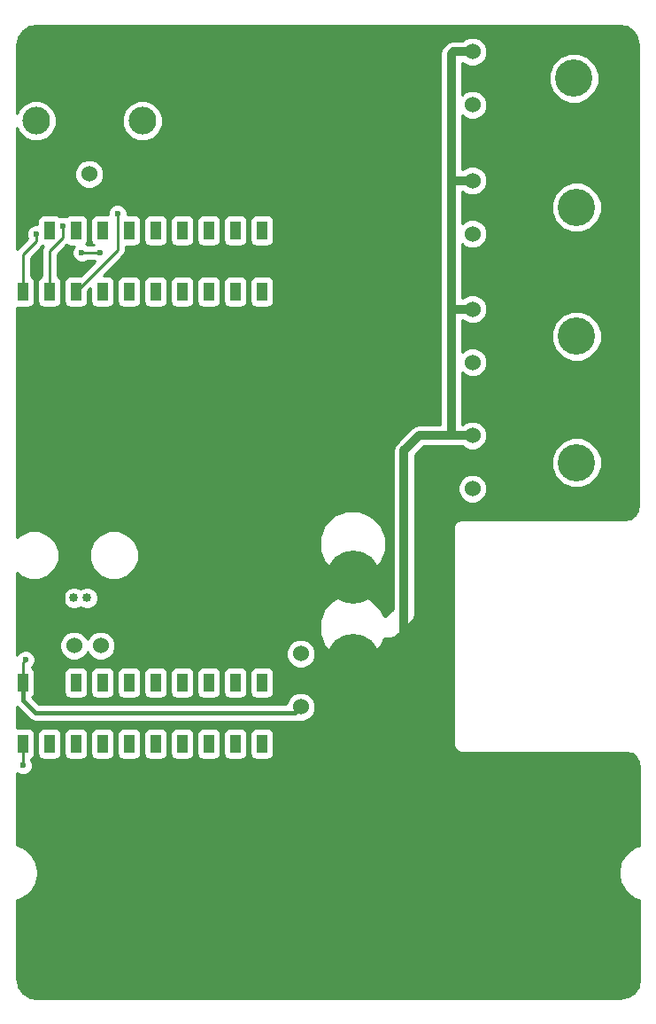
<source format=gbr>
G04 #@! TF.FileFunction,Copper,L2,Bot,Signal*
%FSLAX46Y46*%
G04 Gerber Fmt 4.6, Leading zero omitted, Abs format (unit mm)*
G04 Created by KiCad (PCBNEW 4.0.7) date 04/22/18 16:27:13*
%MOMM*%
%LPD*%
G01*
G04 APERTURE LIST*
%ADD10C,0.100000*%
%ADD11C,5.080000*%
%ADD12C,1.524000*%
%ADD13R,0.850000X0.850000*%
%ADD14C,0.850000*%
%ADD15C,2.641600*%
%ADD16R,0.990600X1.778000*%
%ADD17C,3.810000*%
%ADD18C,3.556000*%
%ADD19C,0.600000*%
%ADD20C,0.812800*%
%ADD21C,0.254000*%
%ADD22C,0.406400*%
G04 APERTURE END LIST*
D10*
D11*
X142748000Y-167261000D03*
X142748000Y-175260000D03*
X142748000Y-183261000D03*
D12*
X137703560Y-174594520D03*
X137703560Y-177134520D03*
X137703560Y-179674520D03*
X118567200Y-173812200D03*
X116027200Y-173812200D03*
X113487200Y-173812200D03*
D13*
X114757200Y-169265600D03*
D14*
X116007200Y-169265600D03*
X117257200Y-169265600D03*
D12*
X117475000Y-128778000D03*
X114935000Y-128778000D03*
D15*
X112395000Y-123698000D03*
X122555000Y-123698000D03*
D16*
X133985000Y-183172100D03*
X111125000Y-134150100D03*
X111125000Y-139992100D03*
X111125000Y-177330100D03*
X111125000Y-183172100D03*
X113665000Y-134150100D03*
X116205000Y-134150100D03*
X118745000Y-134150100D03*
X121285000Y-134150100D03*
X123825000Y-134150100D03*
X126365000Y-134150100D03*
X128905000Y-134150100D03*
X131445000Y-134150100D03*
X133985000Y-134150100D03*
X113665000Y-139992100D03*
X116205000Y-139992100D03*
X118745000Y-139992100D03*
X121285000Y-139992100D03*
X123825000Y-139992100D03*
X126365000Y-139992100D03*
X128905000Y-139992100D03*
X131445000Y-139992100D03*
X133985000Y-139992100D03*
X113665000Y-177330100D03*
X116205000Y-177330100D03*
X118745000Y-177330100D03*
X121285000Y-177330100D03*
X123825000Y-177330100D03*
X126365000Y-177330100D03*
X128905000Y-177330100D03*
X133985000Y-177330100D03*
X113665000Y-183172100D03*
X116205000Y-183172100D03*
X118745000Y-183172100D03*
X121285000Y-183172100D03*
X123825000Y-183172100D03*
X126365000Y-183172100D03*
X128905000Y-183172100D03*
X131445000Y-183172100D03*
X131445000Y-177330100D03*
D17*
X160909000Y-128778000D03*
D18*
X164084000Y-131953000D03*
D17*
X167259000Y-128778000D03*
X160909000Y-135128000D03*
X167259000Y-135128000D03*
X160909000Y-141097000D03*
D18*
X164084000Y-144272000D03*
D17*
X167259000Y-141097000D03*
X160909000Y-147447000D03*
X167259000Y-147447000D03*
X160909000Y-153162000D03*
D18*
X164084000Y-156337000D03*
D17*
X167259000Y-153162000D03*
X160909000Y-159512000D03*
X167259000Y-159512000D03*
X160655000Y-116459000D03*
D18*
X163830000Y-119634000D03*
D17*
X167005000Y-116459000D03*
X160655000Y-122809000D03*
X167005000Y-122809000D03*
D12*
X154114500Y-122174000D03*
X154114500Y-119634000D03*
X154114500Y-117094000D03*
X154114500Y-134493000D03*
X154114500Y-131953000D03*
X154114500Y-129413000D03*
X154114500Y-146748500D03*
X154114500Y-144208500D03*
X154114500Y-141668500D03*
X154114500Y-158813500D03*
X154114500Y-156273500D03*
X154114500Y-153733500D03*
D19*
X129641600Y-168960800D03*
X125933200Y-131140200D03*
X112191800Y-137464800D03*
X126060200Y-142494000D03*
X136347200Y-140157200D03*
X126415800Y-137617200D03*
X126415800Y-145211800D03*
X111130080Y-185257440D03*
X111384080Y-175158400D03*
X112392460Y-134543800D03*
X114940080Y-133731000D03*
X120167400Y-132603240D03*
X116761260Y-136291320D03*
X118521480Y-136319260D03*
D20*
X152082500Y-153733500D02*
X149034500Y-153733500D01*
X149034500Y-153733500D02*
X147574000Y-155194000D01*
X147574000Y-174307500D02*
X146621500Y-175260000D01*
X147574000Y-155194000D02*
X147574000Y-174307500D01*
X146621500Y-175260000D02*
X142748000Y-175260000D01*
X152082500Y-153733500D02*
X152082500Y-141668500D01*
X154114500Y-153733500D02*
X153036870Y-153733500D01*
X153036870Y-153733500D02*
X152082500Y-153733500D01*
X152082500Y-141668500D02*
X152082500Y-129413000D01*
X154114500Y-141668500D02*
X153036870Y-141668500D01*
X153036870Y-141668500D02*
X152082500Y-141668500D01*
X152082500Y-129413000D02*
X152082500Y-117284500D01*
X153036870Y-129413000D02*
X152082500Y-129413000D01*
X154114500Y-129413000D02*
X153036870Y-129413000D01*
X152082500Y-117284500D02*
X152273000Y-117094000D01*
X152273000Y-117094000D02*
X154114500Y-117094000D01*
D21*
X111125000Y-185252360D02*
X111125000Y-183172100D01*
X111130080Y-185257440D02*
X111125000Y-185252360D01*
D22*
X111125000Y-177330100D02*
X111125000Y-179019200D01*
X137126980Y-180251100D02*
X137703560Y-179674520D01*
X112356900Y-180251100D02*
X137126980Y-180251100D01*
X111125000Y-179019200D02*
X112356900Y-180251100D01*
D21*
X111125000Y-177330100D02*
X111125000Y-175417480D01*
X111125000Y-175417480D02*
X111384080Y-175158400D01*
X112392460Y-134543800D02*
X112392460Y-135183880D01*
X111125000Y-136451340D02*
X111125000Y-139992100D01*
X112392460Y-135183880D02*
X111125000Y-136451340D01*
X114940080Y-133731000D02*
X114940080Y-134843520D01*
X113665000Y-136118600D02*
X113665000Y-139992100D01*
X114940080Y-134843520D02*
X113665000Y-136118600D01*
X120167400Y-136029700D02*
X116205000Y-139992100D01*
X120167400Y-132603240D02*
X120167400Y-136029700D01*
X116761260Y-136291320D02*
X116789200Y-136319260D01*
X116789200Y-136319260D02*
X118521480Y-136319260D01*
G36*
X168868389Y-114730352D02*
X169457570Y-115124030D01*
X169851248Y-115713211D01*
X170003400Y-116478131D01*
X170003400Y-160360950D01*
X169896228Y-160937298D01*
X169617962Y-161365236D01*
X169197113Y-161654112D01*
X168632387Y-161773800D01*
X153035000Y-161773800D01*
X152763295Y-161827846D01*
X152532954Y-161981754D01*
X152379046Y-162212095D01*
X152325000Y-162483800D01*
X152325000Y-183311800D01*
X152379046Y-183583505D01*
X152532954Y-183813846D01*
X152763295Y-183967754D01*
X153035000Y-184021800D01*
X168817622Y-184021800D01*
X169359736Y-184165300D01*
X169766830Y-184475718D01*
X170024140Y-184918289D01*
X170105256Y-185520315D01*
X170105000Y-185521600D01*
X170105000Y-192891123D01*
X169866714Y-192941625D01*
X169646380Y-193036134D01*
X169612118Y-193050830D01*
X168958396Y-193499553D01*
X168860475Y-193599953D01*
X168764972Y-193697874D01*
X168332730Y-194362608D01*
X168332730Y-194362609D01*
X168229923Y-194619854D01*
X168095111Y-195344842D01*
X168086643Y-195365286D01*
X168086643Y-195390382D01*
X168084966Y-195399400D01*
X168086642Y-195533495D01*
X168086642Y-195642314D01*
X168088094Y-195649614D01*
X168088429Y-195676407D01*
X168097743Y-195698121D01*
X168241319Y-196419927D01*
X168289247Y-196535634D01*
X168347334Y-196675868D01*
X168787816Y-197335096D01*
X168983704Y-197530984D01*
X169642932Y-197971467D01*
X169770903Y-198024474D01*
X169898873Y-198077481D01*
X170105000Y-198118482D01*
X170105000Y-205593869D01*
X169952848Y-206358789D01*
X169559170Y-206947970D01*
X168969989Y-207341648D01*
X168205069Y-207493800D01*
X112508568Y-207493800D01*
X111845421Y-207375625D01*
X111728259Y-207352320D01*
X111136414Y-206973757D01*
X110730919Y-206392403D01*
X110603164Y-205811133D01*
X110565000Y-205619273D01*
X110565000Y-198116477D01*
X110803286Y-198065975D01*
X110930584Y-198011372D01*
X111057882Y-197956770D01*
X111711604Y-197508047D01*
X111880284Y-197335096D01*
X111905028Y-197309726D01*
X112337271Y-196644991D01*
X112440077Y-196387746D01*
X112574889Y-195662756D01*
X112583357Y-195642313D01*
X112583357Y-195617219D01*
X112585034Y-195608200D01*
X112583357Y-195474056D01*
X112583357Y-195365285D01*
X112581906Y-195357990D01*
X112581571Y-195331193D01*
X112572256Y-195309476D01*
X112428681Y-194587673D01*
X112375673Y-194459702D01*
X112322667Y-194331732D01*
X111882184Y-193672504D01*
X111686296Y-193476616D01*
X111027068Y-193036134D01*
X110952104Y-193005083D01*
X110771127Y-192930119D01*
X110565000Y-192889118D01*
X110565000Y-186014818D01*
X110599753Y-186049632D01*
X110943281Y-186192278D01*
X111315247Y-186192602D01*
X111659023Y-186050557D01*
X111922272Y-185787767D01*
X112064918Y-185444239D01*
X112065242Y-185072273D01*
X111923197Y-184728497D01*
X111887000Y-184692237D01*
X111887000Y-184644068D01*
X112071741Y-184525190D01*
X112216731Y-184312990D01*
X112267740Y-184061100D01*
X112267740Y-182283100D01*
X112522260Y-182283100D01*
X112522260Y-184061100D01*
X112566538Y-184296417D01*
X112705610Y-184512541D01*
X112917810Y-184657531D01*
X113169700Y-184708540D01*
X114160300Y-184708540D01*
X114395617Y-184664262D01*
X114611741Y-184525190D01*
X114756731Y-184312990D01*
X114807740Y-184061100D01*
X114807740Y-182283100D01*
X115062260Y-182283100D01*
X115062260Y-184061100D01*
X115106538Y-184296417D01*
X115245610Y-184512541D01*
X115457810Y-184657531D01*
X115709700Y-184708540D01*
X116700300Y-184708540D01*
X116935617Y-184664262D01*
X117151741Y-184525190D01*
X117296731Y-184312990D01*
X117347740Y-184061100D01*
X117347740Y-182283100D01*
X117602260Y-182283100D01*
X117602260Y-184061100D01*
X117646538Y-184296417D01*
X117785610Y-184512541D01*
X117997810Y-184657531D01*
X118249700Y-184708540D01*
X119240300Y-184708540D01*
X119475617Y-184664262D01*
X119691741Y-184525190D01*
X119836731Y-184312990D01*
X119887740Y-184061100D01*
X119887740Y-182283100D01*
X120142260Y-182283100D01*
X120142260Y-184061100D01*
X120186538Y-184296417D01*
X120325610Y-184512541D01*
X120537810Y-184657531D01*
X120789700Y-184708540D01*
X121780300Y-184708540D01*
X122015617Y-184664262D01*
X122231741Y-184525190D01*
X122376731Y-184312990D01*
X122427740Y-184061100D01*
X122427740Y-182283100D01*
X122682260Y-182283100D01*
X122682260Y-184061100D01*
X122726538Y-184296417D01*
X122865610Y-184512541D01*
X123077810Y-184657531D01*
X123329700Y-184708540D01*
X124320300Y-184708540D01*
X124555617Y-184664262D01*
X124771741Y-184525190D01*
X124916731Y-184312990D01*
X124967740Y-184061100D01*
X124967740Y-182283100D01*
X125222260Y-182283100D01*
X125222260Y-184061100D01*
X125266538Y-184296417D01*
X125405610Y-184512541D01*
X125617810Y-184657531D01*
X125869700Y-184708540D01*
X126860300Y-184708540D01*
X127095617Y-184664262D01*
X127311741Y-184525190D01*
X127456731Y-184312990D01*
X127507740Y-184061100D01*
X127507740Y-182283100D01*
X127762260Y-182283100D01*
X127762260Y-184061100D01*
X127806538Y-184296417D01*
X127945610Y-184512541D01*
X128157810Y-184657531D01*
X128409700Y-184708540D01*
X129400300Y-184708540D01*
X129635617Y-184664262D01*
X129851741Y-184525190D01*
X129996731Y-184312990D01*
X130047740Y-184061100D01*
X130047740Y-182283100D01*
X130302260Y-182283100D01*
X130302260Y-184061100D01*
X130346538Y-184296417D01*
X130485610Y-184512541D01*
X130697810Y-184657531D01*
X130949700Y-184708540D01*
X131940300Y-184708540D01*
X132175617Y-184664262D01*
X132391741Y-184525190D01*
X132536731Y-184312990D01*
X132587740Y-184061100D01*
X132587740Y-182283100D01*
X132842260Y-182283100D01*
X132842260Y-184061100D01*
X132886538Y-184296417D01*
X133025610Y-184512541D01*
X133237810Y-184657531D01*
X133489700Y-184708540D01*
X134480300Y-184708540D01*
X134715617Y-184664262D01*
X134931741Y-184525190D01*
X135076731Y-184312990D01*
X135127740Y-184061100D01*
X135127740Y-182283100D01*
X135083462Y-182047783D01*
X134944390Y-181831659D01*
X134732190Y-181686669D01*
X134480300Y-181635660D01*
X133489700Y-181635660D01*
X133254383Y-181679938D01*
X133038259Y-181819010D01*
X132893269Y-182031210D01*
X132842260Y-182283100D01*
X132587740Y-182283100D01*
X132543462Y-182047783D01*
X132404390Y-181831659D01*
X132192190Y-181686669D01*
X131940300Y-181635660D01*
X130949700Y-181635660D01*
X130714383Y-181679938D01*
X130498259Y-181819010D01*
X130353269Y-182031210D01*
X130302260Y-182283100D01*
X130047740Y-182283100D01*
X130003462Y-182047783D01*
X129864390Y-181831659D01*
X129652190Y-181686669D01*
X129400300Y-181635660D01*
X128409700Y-181635660D01*
X128174383Y-181679938D01*
X127958259Y-181819010D01*
X127813269Y-182031210D01*
X127762260Y-182283100D01*
X127507740Y-182283100D01*
X127463462Y-182047783D01*
X127324390Y-181831659D01*
X127112190Y-181686669D01*
X126860300Y-181635660D01*
X125869700Y-181635660D01*
X125634383Y-181679938D01*
X125418259Y-181819010D01*
X125273269Y-182031210D01*
X125222260Y-182283100D01*
X124967740Y-182283100D01*
X124923462Y-182047783D01*
X124784390Y-181831659D01*
X124572190Y-181686669D01*
X124320300Y-181635660D01*
X123329700Y-181635660D01*
X123094383Y-181679938D01*
X122878259Y-181819010D01*
X122733269Y-182031210D01*
X122682260Y-182283100D01*
X122427740Y-182283100D01*
X122383462Y-182047783D01*
X122244390Y-181831659D01*
X122032190Y-181686669D01*
X121780300Y-181635660D01*
X120789700Y-181635660D01*
X120554383Y-181679938D01*
X120338259Y-181819010D01*
X120193269Y-182031210D01*
X120142260Y-182283100D01*
X119887740Y-182283100D01*
X119843462Y-182047783D01*
X119704390Y-181831659D01*
X119492190Y-181686669D01*
X119240300Y-181635660D01*
X118249700Y-181635660D01*
X118014383Y-181679938D01*
X117798259Y-181819010D01*
X117653269Y-182031210D01*
X117602260Y-182283100D01*
X117347740Y-182283100D01*
X117303462Y-182047783D01*
X117164390Y-181831659D01*
X116952190Y-181686669D01*
X116700300Y-181635660D01*
X115709700Y-181635660D01*
X115474383Y-181679938D01*
X115258259Y-181819010D01*
X115113269Y-182031210D01*
X115062260Y-182283100D01*
X114807740Y-182283100D01*
X114763462Y-182047783D01*
X114624390Y-181831659D01*
X114412190Y-181686669D01*
X114160300Y-181635660D01*
X113169700Y-181635660D01*
X112934383Y-181679938D01*
X112718259Y-181819010D01*
X112573269Y-182031210D01*
X112522260Y-182283100D01*
X112267740Y-182283100D01*
X112223462Y-182047783D01*
X112084390Y-181831659D01*
X111872190Y-181686669D01*
X111620300Y-181635660D01*
X110629700Y-181635660D01*
X110565000Y-181647834D01*
X110565000Y-179644594D01*
X111764203Y-180843797D01*
X112036135Y-181025496D01*
X112356900Y-181089300D01*
X137126980Y-181089300D01*
X137357458Y-181043455D01*
X137424460Y-181071277D01*
X137980221Y-181071762D01*
X138493863Y-180859530D01*
X138887189Y-180466890D01*
X139100317Y-179953620D01*
X139100802Y-179397859D01*
X138888570Y-178884217D01*
X138495930Y-178490891D01*
X137982660Y-178277763D01*
X137426899Y-178277278D01*
X136913257Y-178489510D01*
X136519931Y-178882150D01*
X136306803Y-179395420D01*
X136306788Y-179412900D01*
X112704094Y-179412900D01*
X112012503Y-178721309D01*
X112071741Y-178683190D01*
X112216731Y-178470990D01*
X112267740Y-178219100D01*
X112267740Y-176441100D01*
X115062260Y-176441100D01*
X115062260Y-178219100D01*
X115106538Y-178454417D01*
X115245610Y-178670541D01*
X115457810Y-178815531D01*
X115709700Y-178866540D01*
X116700300Y-178866540D01*
X116935617Y-178822262D01*
X117151741Y-178683190D01*
X117296731Y-178470990D01*
X117347740Y-178219100D01*
X117347740Y-176441100D01*
X117602260Y-176441100D01*
X117602260Y-178219100D01*
X117646538Y-178454417D01*
X117785610Y-178670541D01*
X117997810Y-178815531D01*
X118249700Y-178866540D01*
X119240300Y-178866540D01*
X119475617Y-178822262D01*
X119691741Y-178683190D01*
X119836731Y-178470990D01*
X119887740Y-178219100D01*
X119887740Y-176441100D01*
X120142260Y-176441100D01*
X120142260Y-178219100D01*
X120186538Y-178454417D01*
X120325610Y-178670541D01*
X120537810Y-178815531D01*
X120789700Y-178866540D01*
X121780300Y-178866540D01*
X122015617Y-178822262D01*
X122231741Y-178683190D01*
X122376731Y-178470990D01*
X122427740Y-178219100D01*
X122427740Y-176441100D01*
X122682260Y-176441100D01*
X122682260Y-178219100D01*
X122726538Y-178454417D01*
X122865610Y-178670541D01*
X123077810Y-178815531D01*
X123329700Y-178866540D01*
X124320300Y-178866540D01*
X124555617Y-178822262D01*
X124771741Y-178683190D01*
X124916731Y-178470990D01*
X124967740Y-178219100D01*
X124967740Y-176441100D01*
X125222260Y-176441100D01*
X125222260Y-178219100D01*
X125266538Y-178454417D01*
X125405610Y-178670541D01*
X125617810Y-178815531D01*
X125869700Y-178866540D01*
X126860300Y-178866540D01*
X127095617Y-178822262D01*
X127311741Y-178683190D01*
X127456731Y-178470990D01*
X127507740Y-178219100D01*
X127507740Y-176441100D01*
X127762260Y-176441100D01*
X127762260Y-178219100D01*
X127806538Y-178454417D01*
X127945610Y-178670541D01*
X128157810Y-178815531D01*
X128409700Y-178866540D01*
X129400300Y-178866540D01*
X129635617Y-178822262D01*
X129851741Y-178683190D01*
X129996731Y-178470990D01*
X130047740Y-178219100D01*
X130047740Y-176441100D01*
X130302260Y-176441100D01*
X130302260Y-178219100D01*
X130346538Y-178454417D01*
X130485610Y-178670541D01*
X130697810Y-178815531D01*
X130949700Y-178866540D01*
X131940300Y-178866540D01*
X132175617Y-178822262D01*
X132391741Y-178683190D01*
X132536731Y-178470990D01*
X132587740Y-178219100D01*
X132587740Y-176441100D01*
X132842260Y-176441100D01*
X132842260Y-178219100D01*
X132886538Y-178454417D01*
X133025610Y-178670541D01*
X133237810Y-178815531D01*
X133489700Y-178866540D01*
X134480300Y-178866540D01*
X134715617Y-178822262D01*
X134931741Y-178683190D01*
X135076731Y-178470990D01*
X135127740Y-178219100D01*
X135127740Y-176441100D01*
X135083462Y-176205783D01*
X134944390Y-175989659D01*
X134732190Y-175844669D01*
X134480300Y-175793660D01*
X133489700Y-175793660D01*
X133254383Y-175837938D01*
X133038259Y-175977010D01*
X132893269Y-176189210D01*
X132842260Y-176441100D01*
X132587740Y-176441100D01*
X132543462Y-176205783D01*
X132404390Y-175989659D01*
X132192190Y-175844669D01*
X131940300Y-175793660D01*
X130949700Y-175793660D01*
X130714383Y-175837938D01*
X130498259Y-175977010D01*
X130353269Y-176189210D01*
X130302260Y-176441100D01*
X130047740Y-176441100D01*
X130003462Y-176205783D01*
X129864390Y-175989659D01*
X129652190Y-175844669D01*
X129400300Y-175793660D01*
X128409700Y-175793660D01*
X128174383Y-175837938D01*
X127958259Y-175977010D01*
X127813269Y-176189210D01*
X127762260Y-176441100D01*
X127507740Y-176441100D01*
X127463462Y-176205783D01*
X127324390Y-175989659D01*
X127112190Y-175844669D01*
X126860300Y-175793660D01*
X125869700Y-175793660D01*
X125634383Y-175837938D01*
X125418259Y-175977010D01*
X125273269Y-176189210D01*
X125222260Y-176441100D01*
X124967740Y-176441100D01*
X124923462Y-176205783D01*
X124784390Y-175989659D01*
X124572190Y-175844669D01*
X124320300Y-175793660D01*
X123329700Y-175793660D01*
X123094383Y-175837938D01*
X122878259Y-175977010D01*
X122733269Y-176189210D01*
X122682260Y-176441100D01*
X122427740Y-176441100D01*
X122383462Y-176205783D01*
X122244390Y-175989659D01*
X122032190Y-175844669D01*
X121780300Y-175793660D01*
X120789700Y-175793660D01*
X120554383Y-175837938D01*
X120338259Y-175977010D01*
X120193269Y-176189210D01*
X120142260Y-176441100D01*
X119887740Y-176441100D01*
X119843462Y-176205783D01*
X119704390Y-175989659D01*
X119492190Y-175844669D01*
X119240300Y-175793660D01*
X118249700Y-175793660D01*
X118014383Y-175837938D01*
X117798259Y-175977010D01*
X117653269Y-176189210D01*
X117602260Y-176441100D01*
X117347740Y-176441100D01*
X117303462Y-176205783D01*
X117164390Y-175989659D01*
X116952190Y-175844669D01*
X116700300Y-175793660D01*
X115709700Y-175793660D01*
X115474383Y-175837938D01*
X115258259Y-175977010D01*
X115113269Y-176189210D01*
X115062260Y-176441100D01*
X112267740Y-176441100D01*
X112223462Y-176205783D01*
X112084390Y-175989659D01*
X111959973Y-175904649D01*
X112176272Y-175688727D01*
X112318918Y-175345199D01*
X112319242Y-174973233D01*
X112177197Y-174629457D01*
X111914407Y-174366208D01*
X111570879Y-174223562D01*
X111198913Y-174223238D01*
X110855137Y-174365283D01*
X110591888Y-174628073D01*
X110565000Y-174692826D01*
X110565000Y-174088861D01*
X114629958Y-174088861D01*
X114842190Y-174602503D01*
X115234830Y-174995829D01*
X115748100Y-175208957D01*
X116303861Y-175209442D01*
X116817503Y-174997210D01*
X117210829Y-174604570D01*
X117297149Y-174396688D01*
X117382190Y-174602503D01*
X117774830Y-174995829D01*
X118288100Y-175208957D01*
X118843861Y-175209442D01*
X119357503Y-174997210D01*
X119483752Y-174871181D01*
X136306318Y-174871181D01*
X136518550Y-175384823D01*
X136911190Y-175778149D01*
X137424460Y-175991277D01*
X137980221Y-175991762D01*
X138493863Y-175779530D01*
X138887189Y-175386890D01*
X139100317Y-174873620D01*
X139100802Y-174317859D01*
X138888570Y-173804217D01*
X138495930Y-173410891D01*
X137982660Y-173197763D01*
X137426899Y-173197278D01*
X136913257Y-173409510D01*
X136519931Y-173802150D01*
X136306803Y-174315420D01*
X136306318Y-174871181D01*
X119483752Y-174871181D01*
X119750829Y-174604570D01*
X119963957Y-174091300D01*
X119964442Y-173535539D01*
X119752210Y-173021897D01*
X119443629Y-172712776D01*
X139470850Y-172712776D01*
X139953196Y-173880143D01*
X140845559Y-174774065D01*
X142012083Y-175258448D01*
X143275176Y-175259550D01*
X144442543Y-174777204D01*
X145336465Y-173884841D01*
X145651812Y-173125400D01*
X146238502Y-173125400D01*
X146637029Y-173046128D01*
X146974883Y-172820381D01*
X148310381Y-171484883D01*
X148536128Y-171147029D01*
X148615400Y-170748502D01*
X148615400Y-159090161D01*
X152717258Y-159090161D01*
X152929490Y-159603803D01*
X153322130Y-159997129D01*
X153835400Y-160210257D01*
X154391161Y-160210742D01*
X154904803Y-159998510D01*
X155298129Y-159605870D01*
X155511257Y-159092600D01*
X155511742Y-158536839D01*
X155299510Y-158023197D01*
X154906870Y-157629871D01*
X154393600Y-157416743D01*
X153837839Y-157416258D01*
X153324197Y-157628490D01*
X152930871Y-158021130D01*
X152717743Y-158534400D01*
X152717258Y-159090161D01*
X148615400Y-159090161D01*
X148615400Y-156814870D01*
X161670583Y-156814870D01*
X162037166Y-157702069D01*
X162715361Y-158381449D01*
X163601919Y-158749580D01*
X164561870Y-158750417D01*
X165449069Y-158383834D01*
X166128449Y-157705639D01*
X166496580Y-156819081D01*
X166497417Y-155859130D01*
X166130834Y-154971931D01*
X165452639Y-154292551D01*
X164566081Y-153924420D01*
X163606130Y-153923583D01*
X162718931Y-154290166D01*
X162039551Y-154968361D01*
X161671420Y-155854919D01*
X161670583Y-156814870D01*
X148615400Y-156814870D01*
X148615400Y-155625362D01*
X149465862Y-154774900D01*
X153180149Y-154774900D01*
X153322130Y-154917129D01*
X153835400Y-155130257D01*
X154391161Y-155130742D01*
X154904803Y-154918510D01*
X155298129Y-154525870D01*
X155511257Y-154012600D01*
X155511742Y-153456839D01*
X155299510Y-152943197D01*
X154906870Y-152549871D01*
X154393600Y-152336743D01*
X153837839Y-152336258D01*
X153324197Y-152548490D01*
X153180336Y-152692100D01*
X153123900Y-152692100D01*
X153123900Y-147733553D01*
X153322130Y-147932129D01*
X153835400Y-148145257D01*
X154391161Y-148145742D01*
X154904803Y-147933510D01*
X155298129Y-147540870D01*
X155511257Y-147027600D01*
X155511742Y-146471839D01*
X155299510Y-145958197D01*
X154906870Y-145564871D01*
X154393600Y-145351743D01*
X153837839Y-145351258D01*
X153324197Y-145563490D01*
X153123900Y-145763438D01*
X153123900Y-144749870D01*
X161670583Y-144749870D01*
X162037166Y-145637069D01*
X162715361Y-146316449D01*
X163601919Y-146684580D01*
X164561870Y-146685417D01*
X165449069Y-146318834D01*
X166128449Y-145640639D01*
X166496580Y-144754081D01*
X166497417Y-143794130D01*
X166130834Y-142906931D01*
X165452639Y-142227551D01*
X164566081Y-141859420D01*
X163606130Y-141858583D01*
X162718931Y-142225166D01*
X162039551Y-142903361D01*
X161671420Y-143789919D01*
X161670583Y-144749870D01*
X153123900Y-144749870D01*
X153123900Y-142709900D01*
X153180149Y-142709900D01*
X153322130Y-142852129D01*
X153835400Y-143065257D01*
X154391161Y-143065742D01*
X154904803Y-142853510D01*
X155298129Y-142460870D01*
X155511257Y-141947600D01*
X155511742Y-141391839D01*
X155299510Y-140878197D01*
X154906870Y-140484871D01*
X154393600Y-140271743D01*
X153837839Y-140271258D01*
X153324197Y-140483490D01*
X153180336Y-140627100D01*
X153123900Y-140627100D01*
X153123900Y-135478053D01*
X153322130Y-135676629D01*
X153835400Y-135889757D01*
X154391161Y-135890242D01*
X154904803Y-135678010D01*
X155298129Y-135285370D01*
X155511257Y-134772100D01*
X155511742Y-134216339D01*
X155299510Y-133702697D01*
X154906870Y-133309371D01*
X154393600Y-133096243D01*
X153837839Y-133095758D01*
X153324197Y-133307990D01*
X153123900Y-133507938D01*
X153123900Y-132430870D01*
X161670583Y-132430870D01*
X162037166Y-133318069D01*
X162715361Y-133997449D01*
X163601919Y-134365580D01*
X164561870Y-134366417D01*
X165449069Y-133999834D01*
X166128449Y-133321639D01*
X166496580Y-132435081D01*
X166497417Y-131475130D01*
X166130834Y-130587931D01*
X165452639Y-129908551D01*
X164566081Y-129540420D01*
X163606130Y-129539583D01*
X162718931Y-129906166D01*
X162039551Y-130584361D01*
X161671420Y-131470919D01*
X161670583Y-132430870D01*
X153123900Y-132430870D01*
X153123900Y-130454400D01*
X153180149Y-130454400D01*
X153322130Y-130596629D01*
X153835400Y-130809757D01*
X154391161Y-130810242D01*
X154904803Y-130598010D01*
X155298129Y-130205370D01*
X155511257Y-129692100D01*
X155511742Y-129136339D01*
X155299510Y-128622697D01*
X154906870Y-128229371D01*
X154393600Y-128016243D01*
X153837839Y-128015758D01*
X153324197Y-128227990D01*
X153180336Y-128371600D01*
X153123900Y-128371600D01*
X153123900Y-123159053D01*
X153322130Y-123357629D01*
X153835400Y-123570757D01*
X154391161Y-123571242D01*
X154904803Y-123359010D01*
X155298129Y-122966370D01*
X155511257Y-122453100D01*
X155511742Y-121897339D01*
X155299510Y-121383697D01*
X154906870Y-120990371D01*
X154393600Y-120777243D01*
X153837839Y-120776758D01*
X153324197Y-120988990D01*
X153123900Y-121188938D01*
X153123900Y-120111870D01*
X161416583Y-120111870D01*
X161783166Y-120999069D01*
X162461361Y-121678449D01*
X163347919Y-122046580D01*
X164307870Y-122047417D01*
X165195069Y-121680834D01*
X165874449Y-121002639D01*
X166242580Y-120116081D01*
X166243417Y-119156130D01*
X165876834Y-118268931D01*
X165198639Y-117589551D01*
X164312081Y-117221420D01*
X163352130Y-117220583D01*
X162464931Y-117587166D01*
X161785551Y-118265361D01*
X161417420Y-119151919D01*
X161416583Y-120111870D01*
X153123900Y-120111870D01*
X153123900Y-118135400D01*
X153180149Y-118135400D01*
X153322130Y-118277629D01*
X153835400Y-118490757D01*
X154391161Y-118491242D01*
X154904803Y-118279010D01*
X155298129Y-117886370D01*
X155511257Y-117373100D01*
X155511742Y-116817339D01*
X155299510Y-116303697D01*
X154906870Y-115910371D01*
X154393600Y-115697243D01*
X153837839Y-115696758D01*
X153324197Y-115908990D01*
X153180336Y-116052600D01*
X152273000Y-116052600D01*
X151874474Y-116131871D01*
X151536619Y-116357619D01*
X151346119Y-116548119D01*
X151120372Y-116885973D01*
X151041100Y-117284500D01*
X151041100Y-152692100D01*
X149034500Y-152692100D01*
X148635973Y-152771372D01*
X148378819Y-152943197D01*
X148298119Y-152997119D01*
X146837619Y-154457619D01*
X146611872Y-154795473D01*
X146532600Y-155194000D01*
X146532600Y-170317140D01*
X145807140Y-171042600D01*
X145651457Y-171042600D01*
X145339604Y-170287857D01*
X144447241Y-169393935D01*
X143280717Y-168909552D01*
X142017624Y-168908450D01*
X140850257Y-169390796D01*
X139956335Y-170283159D01*
X139471952Y-171449683D01*
X139470850Y-172712776D01*
X119443629Y-172712776D01*
X119359570Y-172628571D01*
X118846300Y-172415443D01*
X118290539Y-172414958D01*
X117776897Y-172627190D01*
X117383571Y-173019830D01*
X117297251Y-173227712D01*
X117212210Y-173021897D01*
X116819570Y-172628571D01*
X116306300Y-172415443D01*
X115750539Y-172414958D01*
X115236897Y-172627190D01*
X114843571Y-173019830D01*
X114630443Y-173533100D01*
X114629958Y-174088861D01*
X110565000Y-174088861D01*
X110565000Y-169475522D01*
X114947016Y-169475522D01*
X115108051Y-169865258D01*
X115405974Y-170163701D01*
X115795428Y-170325416D01*
X116217122Y-170325784D01*
X116606858Y-170164749D01*
X116631983Y-170139668D01*
X116655974Y-170163701D01*
X117045428Y-170325416D01*
X117467122Y-170325784D01*
X117856858Y-170164749D01*
X118155301Y-169866826D01*
X118317016Y-169477372D01*
X118317384Y-169055678D01*
X118156349Y-168665942D01*
X117858426Y-168367499D01*
X117468972Y-168205784D01*
X117047278Y-168205416D01*
X116657542Y-168366451D01*
X116632417Y-168391532D01*
X116608426Y-168367499D01*
X116218972Y-168205784D01*
X115797278Y-168205416D01*
X115407542Y-168366451D01*
X115109099Y-168664374D01*
X114947384Y-169053828D01*
X114947016Y-169475522D01*
X110565000Y-169475522D01*
X110565000Y-166861574D01*
X110878622Y-167175744D01*
X111745708Y-167535789D01*
X112684573Y-167536609D01*
X113552286Y-167178077D01*
X114216744Y-166514778D01*
X114576789Y-165647692D01*
X114576792Y-165643573D01*
X117476791Y-165643573D01*
X117835323Y-166511286D01*
X118498622Y-167175744D01*
X119365708Y-167535789D01*
X120304573Y-167536609D01*
X121172286Y-167178077D01*
X121836744Y-166514778D01*
X122196789Y-165647692D01*
X122197604Y-164713776D01*
X139470850Y-164713776D01*
X139953196Y-165881143D01*
X140845559Y-166775065D01*
X142012083Y-167259448D01*
X143275176Y-167260550D01*
X144442543Y-166778204D01*
X145336465Y-165885841D01*
X145820848Y-164719317D01*
X145821950Y-163456224D01*
X145339604Y-162288857D01*
X144447241Y-161394935D01*
X143280717Y-160910552D01*
X142017624Y-160909450D01*
X140850257Y-161391796D01*
X139956335Y-162284159D01*
X139471952Y-163450683D01*
X139470850Y-164713776D01*
X122197604Y-164713776D01*
X122197609Y-164708827D01*
X121839077Y-163841114D01*
X121175778Y-163176656D01*
X120308692Y-162816611D01*
X119369827Y-162815791D01*
X118502114Y-163174323D01*
X117837656Y-163837622D01*
X117477611Y-164704708D01*
X117476791Y-165643573D01*
X114576792Y-165643573D01*
X114577609Y-164708827D01*
X114219077Y-163841114D01*
X113555778Y-163176656D01*
X112688692Y-162816611D01*
X111749827Y-162815791D01*
X110882114Y-163174323D01*
X110565000Y-163490884D01*
X110565000Y-141515438D01*
X110629700Y-141528540D01*
X111620300Y-141528540D01*
X111855617Y-141484262D01*
X112071741Y-141345190D01*
X112216731Y-141132990D01*
X112267740Y-140881100D01*
X112267740Y-139103100D01*
X112223462Y-138867783D01*
X112084390Y-138651659D01*
X111887000Y-138516788D01*
X111887000Y-136766970D01*
X112931275Y-135722695D01*
X112980970Y-135648321D01*
X113068541Y-135666055D01*
X112961004Y-135826995D01*
X112903000Y-136118600D01*
X112903000Y-138520132D01*
X112718259Y-138639010D01*
X112573269Y-138851210D01*
X112522260Y-139103100D01*
X112522260Y-140881100D01*
X112566538Y-141116417D01*
X112705610Y-141332541D01*
X112917810Y-141477531D01*
X113169700Y-141528540D01*
X114160300Y-141528540D01*
X114395617Y-141484262D01*
X114611741Y-141345190D01*
X114756731Y-141132990D01*
X114807740Y-140881100D01*
X114807740Y-139103100D01*
X114763462Y-138867783D01*
X114624390Y-138651659D01*
X114427000Y-138516788D01*
X114427000Y-136434230D01*
X115319918Y-135541313D01*
X115457810Y-135635531D01*
X115709700Y-135686540D01*
X116043651Y-135686540D01*
X115969068Y-135760993D01*
X115826422Y-136104521D01*
X115826098Y-136476487D01*
X115968143Y-136820263D01*
X116230933Y-137083512D01*
X116574461Y-137226158D01*
X116946427Y-137226482D01*
X117290203Y-137084437D01*
X117293386Y-137081260D01*
X117961014Y-137081260D01*
X117991153Y-137111452D01*
X118003070Y-137116400D01*
X116663810Y-138455660D01*
X115709700Y-138455660D01*
X115474383Y-138499938D01*
X115258259Y-138639010D01*
X115113269Y-138851210D01*
X115062260Y-139103100D01*
X115062260Y-140881100D01*
X115106538Y-141116417D01*
X115245610Y-141332541D01*
X115457810Y-141477531D01*
X115709700Y-141528540D01*
X116700300Y-141528540D01*
X116935617Y-141484262D01*
X117151741Y-141345190D01*
X117296731Y-141132990D01*
X117347740Y-140881100D01*
X117347740Y-139926990D01*
X117602260Y-139672470D01*
X117602260Y-140881100D01*
X117646538Y-141116417D01*
X117785610Y-141332541D01*
X117997810Y-141477531D01*
X118249700Y-141528540D01*
X119240300Y-141528540D01*
X119475617Y-141484262D01*
X119691741Y-141345190D01*
X119836731Y-141132990D01*
X119887740Y-140881100D01*
X119887740Y-139103100D01*
X120142260Y-139103100D01*
X120142260Y-140881100D01*
X120186538Y-141116417D01*
X120325610Y-141332541D01*
X120537810Y-141477531D01*
X120789700Y-141528540D01*
X121780300Y-141528540D01*
X122015617Y-141484262D01*
X122231741Y-141345190D01*
X122376731Y-141132990D01*
X122427740Y-140881100D01*
X122427740Y-139103100D01*
X122682260Y-139103100D01*
X122682260Y-140881100D01*
X122726538Y-141116417D01*
X122865610Y-141332541D01*
X123077810Y-141477531D01*
X123329700Y-141528540D01*
X124320300Y-141528540D01*
X124555617Y-141484262D01*
X124771741Y-141345190D01*
X124916731Y-141132990D01*
X124967740Y-140881100D01*
X124967740Y-139103100D01*
X125222260Y-139103100D01*
X125222260Y-140881100D01*
X125266538Y-141116417D01*
X125405610Y-141332541D01*
X125617810Y-141477531D01*
X125869700Y-141528540D01*
X126860300Y-141528540D01*
X127095617Y-141484262D01*
X127311741Y-141345190D01*
X127456731Y-141132990D01*
X127507740Y-140881100D01*
X127507740Y-139103100D01*
X127762260Y-139103100D01*
X127762260Y-140881100D01*
X127806538Y-141116417D01*
X127945610Y-141332541D01*
X128157810Y-141477531D01*
X128409700Y-141528540D01*
X129400300Y-141528540D01*
X129635617Y-141484262D01*
X129851741Y-141345190D01*
X129996731Y-141132990D01*
X130047740Y-140881100D01*
X130047740Y-139103100D01*
X130302260Y-139103100D01*
X130302260Y-140881100D01*
X130346538Y-141116417D01*
X130485610Y-141332541D01*
X130697810Y-141477531D01*
X130949700Y-141528540D01*
X131940300Y-141528540D01*
X132175617Y-141484262D01*
X132391741Y-141345190D01*
X132536731Y-141132990D01*
X132587740Y-140881100D01*
X132587740Y-139103100D01*
X132842260Y-139103100D01*
X132842260Y-140881100D01*
X132886538Y-141116417D01*
X133025610Y-141332541D01*
X133237810Y-141477531D01*
X133489700Y-141528540D01*
X134480300Y-141528540D01*
X134715617Y-141484262D01*
X134931741Y-141345190D01*
X135076731Y-141132990D01*
X135127740Y-140881100D01*
X135127740Y-139103100D01*
X135083462Y-138867783D01*
X134944390Y-138651659D01*
X134732190Y-138506669D01*
X134480300Y-138455660D01*
X133489700Y-138455660D01*
X133254383Y-138499938D01*
X133038259Y-138639010D01*
X132893269Y-138851210D01*
X132842260Y-139103100D01*
X132587740Y-139103100D01*
X132543462Y-138867783D01*
X132404390Y-138651659D01*
X132192190Y-138506669D01*
X131940300Y-138455660D01*
X130949700Y-138455660D01*
X130714383Y-138499938D01*
X130498259Y-138639010D01*
X130353269Y-138851210D01*
X130302260Y-139103100D01*
X130047740Y-139103100D01*
X130003462Y-138867783D01*
X129864390Y-138651659D01*
X129652190Y-138506669D01*
X129400300Y-138455660D01*
X128409700Y-138455660D01*
X128174383Y-138499938D01*
X127958259Y-138639010D01*
X127813269Y-138851210D01*
X127762260Y-139103100D01*
X127507740Y-139103100D01*
X127463462Y-138867783D01*
X127324390Y-138651659D01*
X127112190Y-138506669D01*
X126860300Y-138455660D01*
X125869700Y-138455660D01*
X125634383Y-138499938D01*
X125418259Y-138639010D01*
X125273269Y-138851210D01*
X125222260Y-139103100D01*
X124967740Y-139103100D01*
X124923462Y-138867783D01*
X124784390Y-138651659D01*
X124572190Y-138506669D01*
X124320300Y-138455660D01*
X123329700Y-138455660D01*
X123094383Y-138499938D01*
X122878259Y-138639010D01*
X122733269Y-138851210D01*
X122682260Y-139103100D01*
X122427740Y-139103100D01*
X122383462Y-138867783D01*
X122244390Y-138651659D01*
X122032190Y-138506669D01*
X121780300Y-138455660D01*
X120789700Y-138455660D01*
X120554383Y-138499938D01*
X120338259Y-138639010D01*
X120193269Y-138851210D01*
X120142260Y-139103100D01*
X119887740Y-139103100D01*
X119843462Y-138867783D01*
X119704390Y-138651659D01*
X119492190Y-138506669D01*
X119240300Y-138455660D01*
X118819070Y-138455660D01*
X120706215Y-136568515D01*
X120811995Y-136410204D01*
X120871396Y-136321305D01*
X120929400Y-136029700D01*
X120929400Y-135686540D01*
X121780300Y-135686540D01*
X122015617Y-135642262D01*
X122231741Y-135503190D01*
X122376731Y-135290990D01*
X122427740Y-135039100D01*
X122427740Y-133261100D01*
X122682260Y-133261100D01*
X122682260Y-135039100D01*
X122726538Y-135274417D01*
X122865610Y-135490541D01*
X123077810Y-135635531D01*
X123329700Y-135686540D01*
X124320300Y-135686540D01*
X124555617Y-135642262D01*
X124771741Y-135503190D01*
X124916731Y-135290990D01*
X124967740Y-135039100D01*
X124967740Y-133261100D01*
X125222260Y-133261100D01*
X125222260Y-135039100D01*
X125266538Y-135274417D01*
X125405610Y-135490541D01*
X125617810Y-135635531D01*
X125869700Y-135686540D01*
X126860300Y-135686540D01*
X127095617Y-135642262D01*
X127311741Y-135503190D01*
X127456731Y-135290990D01*
X127507740Y-135039100D01*
X127507740Y-133261100D01*
X127762260Y-133261100D01*
X127762260Y-135039100D01*
X127806538Y-135274417D01*
X127945610Y-135490541D01*
X128157810Y-135635531D01*
X128409700Y-135686540D01*
X129400300Y-135686540D01*
X129635617Y-135642262D01*
X129851741Y-135503190D01*
X129996731Y-135290990D01*
X130047740Y-135039100D01*
X130047740Y-133261100D01*
X130302260Y-133261100D01*
X130302260Y-135039100D01*
X130346538Y-135274417D01*
X130485610Y-135490541D01*
X130697810Y-135635531D01*
X130949700Y-135686540D01*
X131940300Y-135686540D01*
X132175617Y-135642262D01*
X132391741Y-135503190D01*
X132536731Y-135290990D01*
X132587740Y-135039100D01*
X132587740Y-133261100D01*
X132842260Y-133261100D01*
X132842260Y-135039100D01*
X132886538Y-135274417D01*
X133025610Y-135490541D01*
X133237810Y-135635531D01*
X133489700Y-135686540D01*
X134480300Y-135686540D01*
X134715617Y-135642262D01*
X134931741Y-135503190D01*
X135076731Y-135290990D01*
X135127740Y-135039100D01*
X135127740Y-133261100D01*
X135083462Y-133025783D01*
X134944390Y-132809659D01*
X134732190Y-132664669D01*
X134480300Y-132613660D01*
X133489700Y-132613660D01*
X133254383Y-132657938D01*
X133038259Y-132797010D01*
X132893269Y-133009210D01*
X132842260Y-133261100D01*
X132587740Y-133261100D01*
X132543462Y-133025783D01*
X132404390Y-132809659D01*
X132192190Y-132664669D01*
X131940300Y-132613660D01*
X130949700Y-132613660D01*
X130714383Y-132657938D01*
X130498259Y-132797010D01*
X130353269Y-133009210D01*
X130302260Y-133261100D01*
X130047740Y-133261100D01*
X130003462Y-133025783D01*
X129864390Y-132809659D01*
X129652190Y-132664669D01*
X129400300Y-132613660D01*
X128409700Y-132613660D01*
X128174383Y-132657938D01*
X127958259Y-132797010D01*
X127813269Y-133009210D01*
X127762260Y-133261100D01*
X127507740Y-133261100D01*
X127463462Y-133025783D01*
X127324390Y-132809659D01*
X127112190Y-132664669D01*
X126860300Y-132613660D01*
X125869700Y-132613660D01*
X125634383Y-132657938D01*
X125418259Y-132797010D01*
X125273269Y-133009210D01*
X125222260Y-133261100D01*
X124967740Y-133261100D01*
X124923462Y-133025783D01*
X124784390Y-132809659D01*
X124572190Y-132664669D01*
X124320300Y-132613660D01*
X123329700Y-132613660D01*
X123094383Y-132657938D01*
X122878259Y-132797010D01*
X122733269Y-133009210D01*
X122682260Y-133261100D01*
X122427740Y-133261100D01*
X122383462Y-133025783D01*
X122244390Y-132809659D01*
X122032190Y-132664669D01*
X121780300Y-132613660D01*
X121102392Y-132613660D01*
X121102562Y-132418073D01*
X120960517Y-132074297D01*
X120697727Y-131811048D01*
X120354199Y-131668402D01*
X119982233Y-131668078D01*
X119638457Y-131810123D01*
X119375208Y-132072913D01*
X119232562Y-132416441D01*
X119232390Y-132613660D01*
X118249700Y-132613660D01*
X118014383Y-132657938D01*
X117798259Y-132797010D01*
X117653269Y-133009210D01*
X117602260Y-133261100D01*
X117602260Y-135039100D01*
X117646538Y-135274417D01*
X117785610Y-135490541D01*
X117883257Y-135557260D01*
X117349618Y-135557260D01*
X117291587Y-135499128D01*
X117184811Y-135454790D01*
X117296731Y-135290990D01*
X117347740Y-135039100D01*
X117347740Y-133261100D01*
X117303462Y-133025783D01*
X117164390Y-132809659D01*
X116952190Y-132664669D01*
X116700300Y-132613660D01*
X115709700Y-132613660D01*
X115474383Y-132657938D01*
X115258259Y-132797010D01*
X115229674Y-132838846D01*
X115126879Y-132796162D01*
X114754913Y-132795838D01*
X114644779Y-132841344D01*
X114624390Y-132809659D01*
X114412190Y-132664669D01*
X114160300Y-132613660D01*
X113169700Y-132613660D01*
X112934383Y-132657938D01*
X112718259Y-132797010D01*
X112573269Y-133009210D01*
X112522260Y-133261100D01*
X112522260Y-133608912D01*
X112207293Y-133608638D01*
X111863517Y-133750683D01*
X111600268Y-134013473D01*
X111457622Y-134357001D01*
X111457298Y-134728967D01*
X111548651Y-134950059D01*
X110586185Y-135912525D01*
X110565000Y-135944230D01*
X110565000Y-129054661D01*
X116077758Y-129054661D01*
X116289990Y-129568303D01*
X116682630Y-129961629D01*
X117195900Y-130174757D01*
X117751661Y-130175242D01*
X118265303Y-129963010D01*
X118658629Y-129570370D01*
X118871757Y-129057100D01*
X118872242Y-128501339D01*
X118660010Y-127987697D01*
X118267370Y-127594371D01*
X117754100Y-127381243D01*
X117198339Y-127380758D01*
X116684697Y-127592990D01*
X116291371Y-127985630D01*
X116078243Y-128498900D01*
X116077758Y-129054661D01*
X110565000Y-129054661D01*
X110565000Y-124390604D01*
X110735987Y-124804424D01*
X111285682Y-125355079D01*
X112004261Y-125653459D01*
X112782326Y-125654138D01*
X113501424Y-125357013D01*
X114052079Y-124807318D01*
X114350459Y-124088739D01*
X114350461Y-124085326D01*
X120598862Y-124085326D01*
X120895987Y-124804424D01*
X121445682Y-125355079D01*
X122164261Y-125653459D01*
X122942326Y-125654138D01*
X123661424Y-125357013D01*
X124212079Y-124807318D01*
X124510459Y-124088739D01*
X124511138Y-123310674D01*
X124214013Y-122591576D01*
X123664318Y-122040921D01*
X122945739Y-121742541D01*
X122167674Y-121741862D01*
X121448576Y-122038987D01*
X120897921Y-122588682D01*
X120599541Y-123307261D01*
X120598862Y-124085326D01*
X114350461Y-124085326D01*
X114351138Y-123310674D01*
X114054013Y-122591576D01*
X113504318Y-122040921D01*
X112785739Y-121742541D01*
X112007674Y-121741862D01*
X111288576Y-122038987D01*
X110737921Y-122588682D01*
X110565000Y-123005122D01*
X110565000Y-116478131D01*
X110717152Y-115713211D01*
X111110830Y-115124030D01*
X111700011Y-114730352D01*
X112464931Y-114578200D01*
X168103469Y-114578200D01*
X168868389Y-114730352D01*
X168868389Y-114730352D01*
G37*
X168868389Y-114730352D02*
X169457570Y-115124030D01*
X169851248Y-115713211D01*
X170003400Y-116478131D01*
X170003400Y-160360950D01*
X169896228Y-160937298D01*
X169617962Y-161365236D01*
X169197113Y-161654112D01*
X168632387Y-161773800D01*
X153035000Y-161773800D01*
X152763295Y-161827846D01*
X152532954Y-161981754D01*
X152379046Y-162212095D01*
X152325000Y-162483800D01*
X152325000Y-183311800D01*
X152379046Y-183583505D01*
X152532954Y-183813846D01*
X152763295Y-183967754D01*
X153035000Y-184021800D01*
X168817622Y-184021800D01*
X169359736Y-184165300D01*
X169766830Y-184475718D01*
X170024140Y-184918289D01*
X170105256Y-185520315D01*
X170105000Y-185521600D01*
X170105000Y-192891123D01*
X169866714Y-192941625D01*
X169646380Y-193036134D01*
X169612118Y-193050830D01*
X168958396Y-193499553D01*
X168860475Y-193599953D01*
X168764972Y-193697874D01*
X168332730Y-194362608D01*
X168332730Y-194362609D01*
X168229923Y-194619854D01*
X168095111Y-195344842D01*
X168086643Y-195365286D01*
X168086643Y-195390382D01*
X168084966Y-195399400D01*
X168086642Y-195533495D01*
X168086642Y-195642314D01*
X168088094Y-195649614D01*
X168088429Y-195676407D01*
X168097743Y-195698121D01*
X168241319Y-196419927D01*
X168289247Y-196535634D01*
X168347334Y-196675868D01*
X168787816Y-197335096D01*
X168983704Y-197530984D01*
X169642932Y-197971467D01*
X169770903Y-198024474D01*
X169898873Y-198077481D01*
X170105000Y-198118482D01*
X170105000Y-205593869D01*
X169952848Y-206358789D01*
X169559170Y-206947970D01*
X168969989Y-207341648D01*
X168205069Y-207493800D01*
X112508568Y-207493800D01*
X111845421Y-207375625D01*
X111728259Y-207352320D01*
X111136414Y-206973757D01*
X110730919Y-206392403D01*
X110603164Y-205811133D01*
X110565000Y-205619273D01*
X110565000Y-198116477D01*
X110803286Y-198065975D01*
X110930584Y-198011372D01*
X111057882Y-197956770D01*
X111711604Y-197508047D01*
X111880284Y-197335096D01*
X111905028Y-197309726D01*
X112337271Y-196644991D01*
X112440077Y-196387746D01*
X112574889Y-195662756D01*
X112583357Y-195642313D01*
X112583357Y-195617219D01*
X112585034Y-195608200D01*
X112583357Y-195474056D01*
X112583357Y-195365285D01*
X112581906Y-195357990D01*
X112581571Y-195331193D01*
X112572256Y-195309476D01*
X112428681Y-194587673D01*
X112375673Y-194459702D01*
X112322667Y-194331732D01*
X111882184Y-193672504D01*
X111686296Y-193476616D01*
X111027068Y-193036134D01*
X110952104Y-193005083D01*
X110771127Y-192930119D01*
X110565000Y-192889118D01*
X110565000Y-186014818D01*
X110599753Y-186049632D01*
X110943281Y-186192278D01*
X111315247Y-186192602D01*
X111659023Y-186050557D01*
X111922272Y-185787767D01*
X112064918Y-185444239D01*
X112065242Y-185072273D01*
X111923197Y-184728497D01*
X111887000Y-184692237D01*
X111887000Y-184644068D01*
X112071741Y-184525190D01*
X112216731Y-184312990D01*
X112267740Y-184061100D01*
X112267740Y-182283100D01*
X112522260Y-182283100D01*
X112522260Y-184061100D01*
X112566538Y-184296417D01*
X112705610Y-184512541D01*
X112917810Y-184657531D01*
X113169700Y-184708540D01*
X114160300Y-184708540D01*
X114395617Y-184664262D01*
X114611741Y-184525190D01*
X114756731Y-184312990D01*
X114807740Y-184061100D01*
X114807740Y-182283100D01*
X115062260Y-182283100D01*
X115062260Y-184061100D01*
X115106538Y-184296417D01*
X115245610Y-184512541D01*
X115457810Y-184657531D01*
X115709700Y-184708540D01*
X116700300Y-184708540D01*
X116935617Y-184664262D01*
X117151741Y-184525190D01*
X117296731Y-184312990D01*
X117347740Y-184061100D01*
X117347740Y-182283100D01*
X117602260Y-182283100D01*
X117602260Y-184061100D01*
X117646538Y-184296417D01*
X117785610Y-184512541D01*
X117997810Y-184657531D01*
X118249700Y-184708540D01*
X119240300Y-184708540D01*
X119475617Y-184664262D01*
X119691741Y-184525190D01*
X119836731Y-184312990D01*
X119887740Y-184061100D01*
X119887740Y-182283100D01*
X120142260Y-182283100D01*
X120142260Y-184061100D01*
X120186538Y-184296417D01*
X120325610Y-184512541D01*
X120537810Y-184657531D01*
X120789700Y-184708540D01*
X121780300Y-184708540D01*
X122015617Y-184664262D01*
X122231741Y-184525190D01*
X122376731Y-184312990D01*
X122427740Y-184061100D01*
X122427740Y-182283100D01*
X122682260Y-182283100D01*
X122682260Y-184061100D01*
X122726538Y-184296417D01*
X122865610Y-184512541D01*
X123077810Y-184657531D01*
X123329700Y-184708540D01*
X124320300Y-184708540D01*
X124555617Y-184664262D01*
X124771741Y-184525190D01*
X124916731Y-184312990D01*
X124967740Y-184061100D01*
X124967740Y-182283100D01*
X125222260Y-182283100D01*
X125222260Y-184061100D01*
X125266538Y-184296417D01*
X125405610Y-184512541D01*
X125617810Y-184657531D01*
X125869700Y-184708540D01*
X126860300Y-184708540D01*
X127095617Y-184664262D01*
X127311741Y-184525190D01*
X127456731Y-184312990D01*
X127507740Y-184061100D01*
X127507740Y-182283100D01*
X127762260Y-182283100D01*
X127762260Y-184061100D01*
X127806538Y-184296417D01*
X127945610Y-184512541D01*
X128157810Y-184657531D01*
X128409700Y-184708540D01*
X129400300Y-184708540D01*
X129635617Y-184664262D01*
X129851741Y-184525190D01*
X129996731Y-184312990D01*
X130047740Y-184061100D01*
X130047740Y-182283100D01*
X130302260Y-182283100D01*
X130302260Y-184061100D01*
X130346538Y-184296417D01*
X130485610Y-184512541D01*
X130697810Y-184657531D01*
X130949700Y-184708540D01*
X131940300Y-184708540D01*
X132175617Y-184664262D01*
X132391741Y-184525190D01*
X132536731Y-184312990D01*
X132587740Y-184061100D01*
X132587740Y-182283100D01*
X132842260Y-182283100D01*
X132842260Y-184061100D01*
X132886538Y-184296417D01*
X133025610Y-184512541D01*
X133237810Y-184657531D01*
X133489700Y-184708540D01*
X134480300Y-184708540D01*
X134715617Y-184664262D01*
X134931741Y-184525190D01*
X135076731Y-184312990D01*
X135127740Y-184061100D01*
X135127740Y-182283100D01*
X135083462Y-182047783D01*
X134944390Y-181831659D01*
X134732190Y-181686669D01*
X134480300Y-181635660D01*
X133489700Y-181635660D01*
X133254383Y-181679938D01*
X133038259Y-181819010D01*
X132893269Y-182031210D01*
X132842260Y-182283100D01*
X132587740Y-182283100D01*
X132543462Y-182047783D01*
X132404390Y-181831659D01*
X132192190Y-181686669D01*
X131940300Y-181635660D01*
X130949700Y-181635660D01*
X130714383Y-181679938D01*
X130498259Y-181819010D01*
X130353269Y-182031210D01*
X130302260Y-182283100D01*
X130047740Y-182283100D01*
X130003462Y-182047783D01*
X129864390Y-181831659D01*
X129652190Y-181686669D01*
X129400300Y-181635660D01*
X128409700Y-181635660D01*
X128174383Y-181679938D01*
X127958259Y-181819010D01*
X127813269Y-182031210D01*
X127762260Y-182283100D01*
X127507740Y-182283100D01*
X127463462Y-182047783D01*
X127324390Y-181831659D01*
X127112190Y-181686669D01*
X126860300Y-181635660D01*
X125869700Y-181635660D01*
X125634383Y-181679938D01*
X125418259Y-181819010D01*
X125273269Y-182031210D01*
X125222260Y-182283100D01*
X124967740Y-182283100D01*
X124923462Y-182047783D01*
X124784390Y-181831659D01*
X124572190Y-181686669D01*
X124320300Y-181635660D01*
X123329700Y-181635660D01*
X123094383Y-181679938D01*
X122878259Y-181819010D01*
X122733269Y-182031210D01*
X122682260Y-182283100D01*
X122427740Y-182283100D01*
X122383462Y-182047783D01*
X122244390Y-181831659D01*
X122032190Y-181686669D01*
X121780300Y-181635660D01*
X120789700Y-181635660D01*
X120554383Y-181679938D01*
X120338259Y-181819010D01*
X120193269Y-182031210D01*
X120142260Y-182283100D01*
X119887740Y-182283100D01*
X119843462Y-182047783D01*
X119704390Y-181831659D01*
X119492190Y-181686669D01*
X119240300Y-181635660D01*
X118249700Y-181635660D01*
X118014383Y-181679938D01*
X117798259Y-181819010D01*
X117653269Y-182031210D01*
X117602260Y-182283100D01*
X117347740Y-182283100D01*
X117303462Y-182047783D01*
X117164390Y-181831659D01*
X116952190Y-181686669D01*
X116700300Y-181635660D01*
X115709700Y-181635660D01*
X115474383Y-181679938D01*
X115258259Y-181819010D01*
X115113269Y-182031210D01*
X115062260Y-182283100D01*
X114807740Y-182283100D01*
X114763462Y-182047783D01*
X114624390Y-181831659D01*
X114412190Y-181686669D01*
X114160300Y-181635660D01*
X113169700Y-181635660D01*
X112934383Y-181679938D01*
X112718259Y-181819010D01*
X112573269Y-182031210D01*
X112522260Y-182283100D01*
X112267740Y-182283100D01*
X112223462Y-182047783D01*
X112084390Y-181831659D01*
X111872190Y-181686669D01*
X111620300Y-181635660D01*
X110629700Y-181635660D01*
X110565000Y-181647834D01*
X110565000Y-179644594D01*
X111764203Y-180843797D01*
X112036135Y-181025496D01*
X112356900Y-181089300D01*
X137126980Y-181089300D01*
X137357458Y-181043455D01*
X137424460Y-181071277D01*
X137980221Y-181071762D01*
X138493863Y-180859530D01*
X138887189Y-180466890D01*
X139100317Y-179953620D01*
X139100802Y-179397859D01*
X138888570Y-178884217D01*
X138495930Y-178490891D01*
X137982660Y-178277763D01*
X137426899Y-178277278D01*
X136913257Y-178489510D01*
X136519931Y-178882150D01*
X136306803Y-179395420D01*
X136306788Y-179412900D01*
X112704094Y-179412900D01*
X112012503Y-178721309D01*
X112071741Y-178683190D01*
X112216731Y-178470990D01*
X112267740Y-178219100D01*
X112267740Y-176441100D01*
X115062260Y-176441100D01*
X115062260Y-178219100D01*
X115106538Y-178454417D01*
X115245610Y-178670541D01*
X115457810Y-178815531D01*
X115709700Y-178866540D01*
X116700300Y-178866540D01*
X116935617Y-178822262D01*
X117151741Y-178683190D01*
X117296731Y-178470990D01*
X117347740Y-178219100D01*
X117347740Y-176441100D01*
X117602260Y-176441100D01*
X117602260Y-178219100D01*
X117646538Y-178454417D01*
X117785610Y-178670541D01*
X117997810Y-178815531D01*
X118249700Y-178866540D01*
X119240300Y-178866540D01*
X119475617Y-178822262D01*
X119691741Y-178683190D01*
X119836731Y-178470990D01*
X119887740Y-178219100D01*
X119887740Y-176441100D01*
X120142260Y-176441100D01*
X120142260Y-178219100D01*
X120186538Y-178454417D01*
X120325610Y-178670541D01*
X120537810Y-178815531D01*
X120789700Y-178866540D01*
X121780300Y-178866540D01*
X122015617Y-178822262D01*
X122231741Y-178683190D01*
X122376731Y-178470990D01*
X122427740Y-178219100D01*
X122427740Y-176441100D01*
X122682260Y-176441100D01*
X122682260Y-178219100D01*
X122726538Y-178454417D01*
X122865610Y-178670541D01*
X123077810Y-178815531D01*
X123329700Y-178866540D01*
X124320300Y-178866540D01*
X124555617Y-178822262D01*
X124771741Y-178683190D01*
X124916731Y-178470990D01*
X124967740Y-178219100D01*
X124967740Y-176441100D01*
X125222260Y-176441100D01*
X125222260Y-178219100D01*
X125266538Y-178454417D01*
X125405610Y-178670541D01*
X125617810Y-178815531D01*
X125869700Y-178866540D01*
X126860300Y-178866540D01*
X127095617Y-178822262D01*
X127311741Y-178683190D01*
X127456731Y-178470990D01*
X127507740Y-178219100D01*
X127507740Y-176441100D01*
X127762260Y-176441100D01*
X127762260Y-178219100D01*
X127806538Y-178454417D01*
X127945610Y-178670541D01*
X128157810Y-178815531D01*
X128409700Y-178866540D01*
X129400300Y-178866540D01*
X129635617Y-178822262D01*
X129851741Y-178683190D01*
X129996731Y-178470990D01*
X130047740Y-178219100D01*
X130047740Y-176441100D01*
X130302260Y-176441100D01*
X130302260Y-178219100D01*
X130346538Y-178454417D01*
X130485610Y-178670541D01*
X130697810Y-178815531D01*
X130949700Y-178866540D01*
X131940300Y-178866540D01*
X132175617Y-178822262D01*
X132391741Y-178683190D01*
X132536731Y-178470990D01*
X132587740Y-178219100D01*
X132587740Y-176441100D01*
X132842260Y-176441100D01*
X132842260Y-178219100D01*
X132886538Y-178454417D01*
X133025610Y-178670541D01*
X133237810Y-178815531D01*
X133489700Y-178866540D01*
X134480300Y-178866540D01*
X134715617Y-178822262D01*
X134931741Y-178683190D01*
X135076731Y-178470990D01*
X135127740Y-178219100D01*
X135127740Y-176441100D01*
X135083462Y-176205783D01*
X134944390Y-175989659D01*
X134732190Y-175844669D01*
X134480300Y-175793660D01*
X133489700Y-175793660D01*
X133254383Y-175837938D01*
X133038259Y-175977010D01*
X132893269Y-176189210D01*
X132842260Y-176441100D01*
X132587740Y-176441100D01*
X132543462Y-176205783D01*
X132404390Y-175989659D01*
X132192190Y-175844669D01*
X131940300Y-175793660D01*
X130949700Y-175793660D01*
X130714383Y-175837938D01*
X130498259Y-175977010D01*
X130353269Y-176189210D01*
X130302260Y-176441100D01*
X130047740Y-176441100D01*
X130003462Y-176205783D01*
X129864390Y-175989659D01*
X129652190Y-175844669D01*
X129400300Y-175793660D01*
X128409700Y-175793660D01*
X128174383Y-175837938D01*
X127958259Y-175977010D01*
X127813269Y-176189210D01*
X127762260Y-176441100D01*
X127507740Y-176441100D01*
X127463462Y-176205783D01*
X127324390Y-175989659D01*
X127112190Y-175844669D01*
X126860300Y-175793660D01*
X125869700Y-175793660D01*
X125634383Y-175837938D01*
X125418259Y-175977010D01*
X125273269Y-176189210D01*
X125222260Y-176441100D01*
X124967740Y-176441100D01*
X124923462Y-176205783D01*
X124784390Y-175989659D01*
X124572190Y-175844669D01*
X124320300Y-175793660D01*
X123329700Y-175793660D01*
X123094383Y-175837938D01*
X122878259Y-175977010D01*
X122733269Y-176189210D01*
X122682260Y-176441100D01*
X122427740Y-176441100D01*
X122383462Y-176205783D01*
X122244390Y-175989659D01*
X122032190Y-175844669D01*
X121780300Y-175793660D01*
X120789700Y-175793660D01*
X120554383Y-175837938D01*
X120338259Y-175977010D01*
X120193269Y-176189210D01*
X120142260Y-176441100D01*
X119887740Y-176441100D01*
X119843462Y-176205783D01*
X119704390Y-175989659D01*
X119492190Y-175844669D01*
X119240300Y-175793660D01*
X118249700Y-175793660D01*
X118014383Y-175837938D01*
X117798259Y-175977010D01*
X117653269Y-176189210D01*
X117602260Y-176441100D01*
X117347740Y-176441100D01*
X117303462Y-176205783D01*
X117164390Y-175989659D01*
X116952190Y-175844669D01*
X116700300Y-175793660D01*
X115709700Y-175793660D01*
X115474383Y-175837938D01*
X115258259Y-175977010D01*
X115113269Y-176189210D01*
X115062260Y-176441100D01*
X112267740Y-176441100D01*
X112223462Y-176205783D01*
X112084390Y-175989659D01*
X111959973Y-175904649D01*
X112176272Y-175688727D01*
X112318918Y-175345199D01*
X112319242Y-174973233D01*
X112177197Y-174629457D01*
X111914407Y-174366208D01*
X111570879Y-174223562D01*
X111198913Y-174223238D01*
X110855137Y-174365283D01*
X110591888Y-174628073D01*
X110565000Y-174692826D01*
X110565000Y-174088861D01*
X114629958Y-174088861D01*
X114842190Y-174602503D01*
X115234830Y-174995829D01*
X115748100Y-175208957D01*
X116303861Y-175209442D01*
X116817503Y-174997210D01*
X117210829Y-174604570D01*
X117297149Y-174396688D01*
X117382190Y-174602503D01*
X117774830Y-174995829D01*
X118288100Y-175208957D01*
X118843861Y-175209442D01*
X119357503Y-174997210D01*
X119483752Y-174871181D01*
X136306318Y-174871181D01*
X136518550Y-175384823D01*
X136911190Y-175778149D01*
X137424460Y-175991277D01*
X137980221Y-175991762D01*
X138493863Y-175779530D01*
X138887189Y-175386890D01*
X139100317Y-174873620D01*
X139100802Y-174317859D01*
X138888570Y-173804217D01*
X138495930Y-173410891D01*
X137982660Y-173197763D01*
X137426899Y-173197278D01*
X136913257Y-173409510D01*
X136519931Y-173802150D01*
X136306803Y-174315420D01*
X136306318Y-174871181D01*
X119483752Y-174871181D01*
X119750829Y-174604570D01*
X119963957Y-174091300D01*
X119964442Y-173535539D01*
X119752210Y-173021897D01*
X119443629Y-172712776D01*
X139470850Y-172712776D01*
X139953196Y-173880143D01*
X140845559Y-174774065D01*
X142012083Y-175258448D01*
X143275176Y-175259550D01*
X144442543Y-174777204D01*
X145336465Y-173884841D01*
X145651812Y-173125400D01*
X146238502Y-173125400D01*
X146637029Y-173046128D01*
X146974883Y-172820381D01*
X148310381Y-171484883D01*
X148536128Y-171147029D01*
X148615400Y-170748502D01*
X148615400Y-159090161D01*
X152717258Y-159090161D01*
X152929490Y-159603803D01*
X153322130Y-159997129D01*
X153835400Y-160210257D01*
X154391161Y-160210742D01*
X154904803Y-159998510D01*
X155298129Y-159605870D01*
X155511257Y-159092600D01*
X155511742Y-158536839D01*
X155299510Y-158023197D01*
X154906870Y-157629871D01*
X154393600Y-157416743D01*
X153837839Y-157416258D01*
X153324197Y-157628490D01*
X152930871Y-158021130D01*
X152717743Y-158534400D01*
X152717258Y-159090161D01*
X148615400Y-159090161D01*
X148615400Y-156814870D01*
X161670583Y-156814870D01*
X162037166Y-157702069D01*
X162715361Y-158381449D01*
X163601919Y-158749580D01*
X164561870Y-158750417D01*
X165449069Y-158383834D01*
X166128449Y-157705639D01*
X166496580Y-156819081D01*
X166497417Y-155859130D01*
X166130834Y-154971931D01*
X165452639Y-154292551D01*
X164566081Y-153924420D01*
X163606130Y-153923583D01*
X162718931Y-154290166D01*
X162039551Y-154968361D01*
X161671420Y-155854919D01*
X161670583Y-156814870D01*
X148615400Y-156814870D01*
X148615400Y-155625362D01*
X149465862Y-154774900D01*
X153180149Y-154774900D01*
X153322130Y-154917129D01*
X153835400Y-155130257D01*
X154391161Y-155130742D01*
X154904803Y-154918510D01*
X155298129Y-154525870D01*
X155511257Y-154012600D01*
X155511742Y-153456839D01*
X155299510Y-152943197D01*
X154906870Y-152549871D01*
X154393600Y-152336743D01*
X153837839Y-152336258D01*
X153324197Y-152548490D01*
X153180336Y-152692100D01*
X153123900Y-152692100D01*
X153123900Y-147733553D01*
X153322130Y-147932129D01*
X153835400Y-148145257D01*
X154391161Y-148145742D01*
X154904803Y-147933510D01*
X155298129Y-147540870D01*
X155511257Y-147027600D01*
X155511742Y-146471839D01*
X155299510Y-145958197D01*
X154906870Y-145564871D01*
X154393600Y-145351743D01*
X153837839Y-145351258D01*
X153324197Y-145563490D01*
X153123900Y-145763438D01*
X153123900Y-144749870D01*
X161670583Y-144749870D01*
X162037166Y-145637069D01*
X162715361Y-146316449D01*
X163601919Y-146684580D01*
X164561870Y-146685417D01*
X165449069Y-146318834D01*
X166128449Y-145640639D01*
X166496580Y-144754081D01*
X166497417Y-143794130D01*
X166130834Y-142906931D01*
X165452639Y-142227551D01*
X164566081Y-141859420D01*
X163606130Y-141858583D01*
X162718931Y-142225166D01*
X162039551Y-142903361D01*
X161671420Y-143789919D01*
X161670583Y-144749870D01*
X153123900Y-144749870D01*
X153123900Y-142709900D01*
X153180149Y-142709900D01*
X153322130Y-142852129D01*
X153835400Y-143065257D01*
X154391161Y-143065742D01*
X154904803Y-142853510D01*
X155298129Y-142460870D01*
X155511257Y-141947600D01*
X155511742Y-141391839D01*
X155299510Y-140878197D01*
X154906870Y-140484871D01*
X154393600Y-140271743D01*
X153837839Y-140271258D01*
X153324197Y-140483490D01*
X153180336Y-140627100D01*
X153123900Y-140627100D01*
X153123900Y-135478053D01*
X153322130Y-135676629D01*
X153835400Y-135889757D01*
X154391161Y-135890242D01*
X154904803Y-135678010D01*
X155298129Y-135285370D01*
X155511257Y-134772100D01*
X155511742Y-134216339D01*
X155299510Y-133702697D01*
X154906870Y-133309371D01*
X154393600Y-133096243D01*
X153837839Y-133095758D01*
X153324197Y-133307990D01*
X153123900Y-133507938D01*
X153123900Y-132430870D01*
X161670583Y-132430870D01*
X162037166Y-133318069D01*
X162715361Y-133997449D01*
X163601919Y-134365580D01*
X164561870Y-134366417D01*
X165449069Y-133999834D01*
X166128449Y-133321639D01*
X166496580Y-132435081D01*
X166497417Y-131475130D01*
X166130834Y-130587931D01*
X165452639Y-129908551D01*
X164566081Y-129540420D01*
X163606130Y-129539583D01*
X162718931Y-129906166D01*
X162039551Y-130584361D01*
X161671420Y-131470919D01*
X161670583Y-132430870D01*
X153123900Y-132430870D01*
X153123900Y-130454400D01*
X153180149Y-130454400D01*
X153322130Y-130596629D01*
X153835400Y-130809757D01*
X154391161Y-130810242D01*
X154904803Y-130598010D01*
X155298129Y-130205370D01*
X155511257Y-129692100D01*
X155511742Y-129136339D01*
X155299510Y-128622697D01*
X154906870Y-128229371D01*
X154393600Y-128016243D01*
X153837839Y-128015758D01*
X153324197Y-128227990D01*
X153180336Y-128371600D01*
X153123900Y-128371600D01*
X153123900Y-123159053D01*
X153322130Y-123357629D01*
X153835400Y-123570757D01*
X154391161Y-123571242D01*
X154904803Y-123359010D01*
X155298129Y-122966370D01*
X155511257Y-122453100D01*
X155511742Y-121897339D01*
X155299510Y-121383697D01*
X154906870Y-120990371D01*
X154393600Y-120777243D01*
X153837839Y-120776758D01*
X153324197Y-120988990D01*
X153123900Y-121188938D01*
X153123900Y-120111870D01*
X161416583Y-120111870D01*
X161783166Y-120999069D01*
X162461361Y-121678449D01*
X163347919Y-122046580D01*
X164307870Y-122047417D01*
X165195069Y-121680834D01*
X165874449Y-121002639D01*
X166242580Y-120116081D01*
X166243417Y-119156130D01*
X165876834Y-118268931D01*
X165198639Y-117589551D01*
X164312081Y-117221420D01*
X163352130Y-117220583D01*
X162464931Y-117587166D01*
X161785551Y-118265361D01*
X161417420Y-119151919D01*
X161416583Y-120111870D01*
X153123900Y-120111870D01*
X153123900Y-118135400D01*
X153180149Y-118135400D01*
X153322130Y-118277629D01*
X153835400Y-118490757D01*
X154391161Y-118491242D01*
X154904803Y-118279010D01*
X155298129Y-117886370D01*
X155511257Y-117373100D01*
X155511742Y-116817339D01*
X155299510Y-116303697D01*
X154906870Y-115910371D01*
X154393600Y-115697243D01*
X153837839Y-115696758D01*
X153324197Y-115908990D01*
X153180336Y-116052600D01*
X152273000Y-116052600D01*
X151874474Y-116131871D01*
X151536619Y-116357619D01*
X151346119Y-116548119D01*
X151120372Y-116885973D01*
X151041100Y-117284500D01*
X151041100Y-152692100D01*
X149034500Y-152692100D01*
X148635973Y-152771372D01*
X148378819Y-152943197D01*
X148298119Y-152997119D01*
X146837619Y-154457619D01*
X146611872Y-154795473D01*
X146532600Y-155194000D01*
X146532600Y-170317140D01*
X145807140Y-171042600D01*
X145651457Y-171042600D01*
X145339604Y-170287857D01*
X144447241Y-169393935D01*
X143280717Y-168909552D01*
X142017624Y-168908450D01*
X140850257Y-169390796D01*
X139956335Y-170283159D01*
X139471952Y-171449683D01*
X139470850Y-172712776D01*
X119443629Y-172712776D01*
X119359570Y-172628571D01*
X118846300Y-172415443D01*
X118290539Y-172414958D01*
X117776897Y-172627190D01*
X117383571Y-173019830D01*
X117297251Y-173227712D01*
X117212210Y-173021897D01*
X116819570Y-172628571D01*
X116306300Y-172415443D01*
X115750539Y-172414958D01*
X115236897Y-172627190D01*
X114843571Y-173019830D01*
X114630443Y-173533100D01*
X114629958Y-174088861D01*
X110565000Y-174088861D01*
X110565000Y-169475522D01*
X114947016Y-169475522D01*
X115108051Y-169865258D01*
X115405974Y-170163701D01*
X115795428Y-170325416D01*
X116217122Y-170325784D01*
X116606858Y-170164749D01*
X116631983Y-170139668D01*
X116655974Y-170163701D01*
X117045428Y-170325416D01*
X117467122Y-170325784D01*
X117856858Y-170164749D01*
X118155301Y-169866826D01*
X118317016Y-169477372D01*
X118317384Y-169055678D01*
X118156349Y-168665942D01*
X117858426Y-168367499D01*
X117468972Y-168205784D01*
X117047278Y-168205416D01*
X116657542Y-168366451D01*
X116632417Y-168391532D01*
X116608426Y-168367499D01*
X116218972Y-168205784D01*
X115797278Y-168205416D01*
X115407542Y-168366451D01*
X115109099Y-168664374D01*
X114947384Y-169053828D01*
X114947016Y-169475522D01*
X110565000Y-169475522D01*
X110565000Y-166861574D01*
X110878622Y-167175744D01*
X111745708Y-167535789D01*
X112684573Y-167536609D01*
X113552286Y-167178077D01*
X114216744Y-166514778D01*
X114576789Y-165647692D01*
X114576792Y-165643573D01*
X117476791Y-165643573D01*
X117835323Y-166511286D01*
X118498622Y-167175744D01*
X119365708Y-167535789D01*
X120304573Y-167536609D01*
X121172286Y-167178077D01*
X121836744Y-166514778D01*
X122196789Y-165647692D01*
X122197604Y-164713776D01*
X139470850Y-164713776D01*
X139953196Y-165881143D01*
X140845559Y-166775065D01*
X142012083Y-167259448D01*
X143275176Y-167260550D01*
X144442543Y-166778204D01*
X145336465Y-165885841D01*
X145820848Y-164719317D01*
X145821950Y-163456224D01*
X145339604Y-162288857D01*
X144447241Y-161394935D01*
X143280717Y-160910552D01*
X142017624Y-160909450D01*
X140850257Y-161391796D01*
X139956335Y-162284159D01*
X139471952Y-163450683D01*
X139470850Y-164713776D01*
X122197604Y-164713776D01*
X122197609Y-164708827D01*
X121839077Y-163841114D01*
X121175778Y-163176656D01*
X120308692Y-162816611D01*
X119369827Y-162815791D01*
X118502114Y-163174323D01*
X117837656Y-163837622D01*
X117477611Y-164704708D01*
X117476791Y-165643573D01*
X114576792Y-165643573D01*
X114577609Y-164708827D01*
X114219077Y-163841114D01*
X113555778Y-163176656D01*
X112688692Y-162816611D01*
X111749827Y-162815791D01*
X110882114Y-163174323D01*
X110565000Y-163490884D01*
X110565000Y-141515438D01*
X110629700Y-141528540D01*
X111620300Y-141528540D01*
X111855617Y-141484262D01*
X112071741Y-141345190D01*
X112216731Y-141132990D01*
X112267740Y-140881100D01*
X112267740Y-139103100D01*
X112223462Y-138867783D01*
X112084390Y-138651659D01*
X111887000Y-138516788D01*
X111887000Y-136766970D01*
X112931275Y-135722695D01*
X112980970Y-135648321D01*
X113068541Y-135666055D01*
X112961004Y-135826995D01*
X112903000Y-136118600D01*
X112903000Y-138520132D01*
X112718259Y-138639010D01*
X112573269Y-138851210D01*
X112522260Y-139103100D01*
X112522260Y-140881100D01*
X112566538Y-141116417D01*
X112705610Y-141332541D01*
X112917810Y-141477531D01*
X113169700Y-141528540D01*
X114160300Y-141528540D01*
X114395617Y-141484262D01*
X114611741Y-141345190D01*
X114756731Y-141132990D01*
X114807740Y-140881100D01*
X114807740Y-139103100D01*
X114763462Y-138867783D01*
X114624390Y-138651659D01*
X114427000Y-138516788D01*
X114427000Y-136434230D01*
X115319918Y-135541313D01*
X115457810Y-135635531D01*
X115709700Y-135686540D01*
X116043651Y-135686540D01*
X115969068Y-135760993D01*
X115826422Y-136104521D01*
X115826098Y-136476487D01*
X115968143Y-136820263D01*
X116230933Y-137083512D01*
X116574461Y-137226158D01*
X116946427Y-137226482D01*
X117290203Y-137084437D01*
X117293386Y-137081260D01*
X117961014Y-137081260D01*
X117991153Y-137111452D01*
X118003070Y-137116400D01*
X116663810Y-138455660D01*
X115709700Y-138455660D01*
X115474383Y-138499938D01*
X115258259Y-138639010D01*
X115113269Y-138851210D01*
X115062260Y-139103100D01*
X115062260Y-140881100D01*
X115106538Y-141116417D01*
X115245610Y-141332541D01*
X115457810Y-141477531D01*
X115709700Y-141528540D01*
X116700300Y-141528540D01*
X116935617Y-141484262D01*
X117151741Y-141345190D01*
X117296731Y-141132990D01*
X117347740Y-140881100D01*
X117347740Y-139926990D01*
X117602260Y-139672470D01*
X117602260Y-140881100D01*
X117646538Y-141116417D01*
X117785610Y-141332541D01*
X117997810Y-141477531D01*
X118249700Y-141528540D01*
X119240300Y-141528540D01*
X119475617Y-141484262D01*
X119691741Y-141345190D01*
X119836731Y-141132990D01*
X119887740Y-140881100D01*
X119887740Y-139103100D01*
X120142260Y-139103100D01*
X120142260Y-140881100D01*
X120186538Y-141116417D01*
X120325610Y-141332541D01*
X120537810Y-141477531D01*
X120789700Y-141528540D01*
X121780300Y-141528540D01*
X122015617Y-141484262D01*
X122231741Y-141345190D01*
X122376731Y-141132990D01*
X122427740Y-140881100D01*
X122427740Y-139103100D01*
X122682260Y-139103100D01*
X122682260Y-140881100D01*
X122726538Y-141116417D01*
X122865610Y-141332541D01*
X123077810Y-141477531D01*
X123329700Y-141528540D01*
X124320300Y-141528540D01*
X124555617Y-141484262D01*
X124771741Y-141345190D01*
X124916731Y-141132990D01*
X124967740Y-140881100D01*
X124967740Y-139103100D01*
X125222260Y-139103100D01*
X125222260Y-140881100D01*
X125266538Y-141116417D01*
X125405610Y-141332541D01*
X125617810Y-141477531D01*
X125869700Y-141528540D01*
X126860300Y-141528540D01*
X127095617Y-141484262D01*
X127311741Y-141345190D01*
X127456731Y-141132990D01*
X127507740Y-140881100D01*
X127507740Y-139103100D01*
X127762260Y-139103100D01*
X127762260Y-140881100D01*
X127806538Y-141116417D01*
X127945610Y-141332541D01*
X128157810Y-141477531D01*
X128409700Y-141528540D01*
X129400300Y-141528540D01*
X129635617Y-141484262D01*
X129851741Y-141345190D01*
X129996731Y-141132990D01*
X130047740Y-140881100D01*
X130047740Y-139103100D01*
X130302260Y-139103100D01*
X130302260Y-140881100D01*
X130346538Y-141116417D01*
X130485610Y-141332541D01*
X130697810Y-141477531D01*
X130949700Y-141528540D01*
X131940300Y-141528540D01*
X132175617Y-141484262D01*
X132391741Y-141345190D01*
X132536731Y-141132990D01*
X132587740Y-140881100D01*
X132587740Y-139103100D01*
X132842260Y-139103100D01*
X132842260Y-140881100D01*
X132886538Y-141116417D01*
X133025610Y-141332541D01*
X133237810Y-141477531D01*
X133489700Y-141528540D01*
X134480300Y-141528540D01*
X134715617Y-141484262D01*
X134931741Y-141345190D01*
X135076731Y-141132990D01*
X135127740Y-140881100D01*
X135127740Y-139103100D01*
X135083462Y-138867783D01*
X134944390Y-138651659D01*
X134732190Y-138506669D01*
X134480300Y-138455660D01*
X133489700Y-138455660D01*
X133254383Y-138499938D01*
X133038259Y-138639010D01*
X132893269Y-138851210D01*
X132842260Y-139103100D01*
X132587740Y-139103100D01*
X132543462Y-138867783D01*
X132404390Y-138651659D01*
X132192190Y-138506669D01*
X131940300Y-138455660D01*
X130949700Y-138455660D01*
X130714383Y-138499938D01*
X130498259Y-138639010D01*
X130353269Y-138851210D01*
X130302260Y-139103100D01*
X130047740Y-139103100D01*
X130003462Y-138867783D01*
X129864390Y-138651659D01*
X129652190Y-138506669D01*
X129400300Y-138455660D01*
X128409700Y-138455660D01*
X128174383Y-138499938D01*
X127958259Y-138639010D01*
X127813269Y-138851210D01*
X127762260Y-139103100D01*
X127507740Y-139103100D01*
X127463462Y-138867783D01*
X127324390Y-138651659D01*
X127112190Y-138506669D01*
X126860300Y-138455660D01*
X125869700Y-138455660D01*
X125634383Y-138499938D01*
X125418259Y-138639010D01*
X125273269Y-138851210D01*
X125222260Y-139103100D01*
X124967740Y-139103100D01*
X124923462Y-138867783D01*
X124784390Y-138651659D01*
X124572190Y-138506669D01*
X124320300Y-138455660D01*
X123329700Y-138455660D01*
X123094383Y-138499938D01*
X122878259Y-138639010D01*
X122733269Y-138851210D01*
X122682260Y-139103100D01*
X122427740Y-139103100D01*
X122383462Y-138867783D01*
X122244390Y-138651659D01*
X122032190Y-138506669D01*
X121780300Y-138455660D01*
X120789700Y-138455660D01*
X120554383Y-138499938D01*
X120338259Y-138639010D01*
X120193269Y-138851210D01*
X120142260Y-139103100D01*
X119887740Y-139103100D01*
X119843462Y-138867783D01*
X119704390Y-138651659D01*
X119492190Y-138506669D01*
X119240300Y-138455660D01*
X118819070Y-138455660D01*
X120706215Y-136568515D01*
X120811995Y-136410204D01*
X120871396Y-136321305D01*
X120929400Y-136029700D01*
X120929400Y-135686540D01*
X121780300Y-135686540D01*
X122015617Y-135642262D01*
X122231741Y-135503190D01*
X122376731Y-135290990D01*
X122427740Y-135039100D01*
X122427740Y-133261100D01*
X122682260Y-133261100D01*
X122682260Y-135039100D01*
X122726538Y-135274417D01*
X122865610Y-135490541D01*
X123077810Y-135635531D01*
X123329700Y-135686540D01*
X124320300Y-135686540D01*
X124555617Y-135642262D01*
X124771741Y-135503190D01*
X124916731Y-135290990D01*
X124967740Y-135039100D01*
X124967740Y-133261100D01*
X125222260Y-133261100D01*
X125222260Y-135039100D01*
X125266538Y-135274417D01*
X125405610Y-135490541D01*
X125617810Y-135635531D01*
X125869700Y-135686540D01*
X126860300Y-135686540D01*
X127095617Y-135642262D01*
X127311741Y-135503190D01*
X127456731Y-135290990D01*
X127507740Y-135039100D01*
X127507740Y-133261100D01*
X127762260Y-133261100D01*
X127762260Y-135039100D01*
X127806538Y-135274417D01*
X127945610Y-135490541D01*
X128157810Y-135635531D01*
X128409700Y-135686540D01*
X129400300Y-135686540D01*
X129635617Y-135642262D01*
X129851741Y-135503190D01*
X129996731Y-135290990D01*
X130047740Y-135039100D01*
X130047740Y-133261100D01*
X130302260Y-133261100D01*
X130302260Y-135039100D01*
X130346538Y-135274417D01*
X130485610Y-135490541D01*
X130697810Y-135635531D01*
X130949700Y-135686540D01*
X131940300Y-135686540D01*
X132175617Y-135642262D01*
X132391741Y-135503190D01*
X132536731Y-135290990D01*
X132587740Y-135039100D01*
X132587740Y-133261100D01*
X132842260Y-133261100D01*
X132842260Y-135039100D01*
X132886538Y-135274417D01*
X133025610Y-135490541D01*
X133237810Y-135635531D01*
X133489700Y-135686540D01*
X134480300Y-135686540D01*
X134715617Y-135642262D01*
X134931741Y-135503190D01*
X135076731Y-135290990D01*
X135127740Y-135039100D01*
X135127740Y-133261100D01*
X135083462Y-133025783D01*
X134944390Y-132809659D01*
X134732190Y-132664669D01*
X134480300Y-132613660D01*
X133489700Y-132613660D01*
X133254383Y-132657938D01*
X133038259Y-132797010D01*
X132893269Y-133009210D01*
X132842260Y-133261100D01*
X132587740Y-133261100D01*
X132543462Y-133025783D01*
X132404390Y-132809659D01*
X132192190Y-132664669D01*
X131940300Y-132613660D01*
X130949700Y-132613660D01*
X130714383Y-132657938D01*
X130498259Y-132797010D01*
X130353269Y-133009210D01*
X130302260Y-133261100D01*
X130047740Y-133261100D01*
X130003462Y-133025783D01*
X129864390Y-132809659D01*
X129652190Y-132664669D01*
X129400300Y-132613660D01*
X128409700Y-132613660D01*
X128174383Y-132657938D01*
X127958259Y-132797010D01*
X127813269Y-133009210D01*
X127762260Y-133261100D01*
X127507740Y-133261100D01*
X127463462Y-133025783D01*
X127324390Y-132809659D01*
X127112190Y-132664669D01*
X126860300Y-132613660D01*
X125869700Y-132613660D01*
X125634383Y-132657938D01*
X125418259Y-132797010D01*
X125273269Y-133009210D01*
X125222260Y-133261100D01*
X124967740Y-133261100D01*
X124923462Y-133025783D01*
X124784390Y-132809659D01*
X124572190Y-132664669D01*
X124320300Y-132613660D01*
X123329700Y-132613660D01*
X123094383Y-132657938D01*
X122878259Y-132797010D01*
X122733269Y-133009210D01*
X122682260Y-133261100D01*
X122427740Y-133261100D01*
X122383462Y-133025783D01*
X122244390Y-132809659D01*
X122032190Y-132664669D01*
X121780300Y-132613660D01*
X121102392Y-132613660D01*
X121102562Y-132418073D01*
X120960517Y-132074297D01*
X120697727Y-131811048D01*
X120354199Y-131668402D01*
X119982233Y-131668078D01*
X119638457Y-131810123D01*
X119375208Y-132072913D01*
X119232562Y-132416441D01*
X119232390Y-132613660D01*
X118249700Y-132613660D01*
X118014383Y-132657938D01*
X117798259Y-132797010D01*
X117653269Y-133009210D01*
X117602260Y-133261100D01*
X117602260Y-135039100D01*
X117646538Y-135274417D01*
X117785610Y-135490541D01*
X117883257Y-135557260D01*
X117349618Y-135557260D01*
X117291587Y-135499128D01*
X117184811Y-135454790D01*
X117296731Y-135290990D01*
X117347740Y-135039100D01*
X117347740Y-133261100D01*
X117303462Y-133025783D01*
X117164390Y-132809659D01*
X116952190Y-132664669D01*
X116700300Y-132613660D01*
X115709700Y-132613660D01*
X115474383Y-132657938D01*
X115258259Y-132797010D01*
X115229674Y-132838846D01*
X115126879Y-132796162D01*
X114754913Y-132795838D01*
X114644779Y-132841344D01*
X114624390Y-132809659D01*
X114412190Y-132664669D01*
X114160300Y-132613660D01*
X113169700Y-132613660D01*
X112934383Y-132657938D01*
X112718259Y-132797010D01*
X112573269Y-133009210D01*
X112522260Y-133261100D01*
X112522260Y-133608912D01*
X112207293Y-133608638D01*
X111863517Y-133750683D01*
X111600268Y-134013473D01*
X111457622Y-134357001D01*
X111457298Y-134728967D01*
X111548651Y-134950059D01*
X110586185Y-135912525D01*
X110565000Y-135944230D01*
X110565000Y-129054661D01*
X116077758Y-129054661D01*
X116289990Y-129568303D01*
X116682630Y-129961629D01*
X117195900Y-130174757D01*
X117751661Y-130175242D01*
X118265303Y-129963010D01*
X118658629Y-129570370D01*
X118871757Y-129057100D01*
X118872242Y-128501339D01*
X118660010Y-127987697D01*
X118267370Y-127594371D01*
X117754100Y-127381243D01*
X117198339Y-127380758D01*
X116684697Y-127592990D01*
X116291371Y-127985630D01*
X116078243Y-128498900D01*
X116077758Y-129054661D01*
X110565000Y-129054661D01*
X110565000Y-124390604D01*
X110735987Y-124804424D01*
X111285682Y-125355079D01*
X112004261Y-125653459D01*
X112782326Y-125654138D01*
X113501424Y-125357013D01*
X114052079Y-124807318D01*
X114350459Y-124088739D01*
X114350461Y-124085326D01*
X120598862Y-124085326D01*
X120895987Y-124804424D01*
X121445682Y-125355079D01*
X122164261Y-125653459D01*
X122942326Y-125654138D01*
X123661424Y-125357013D01*
X124212079Y-124807318D01*
X124510459Y-124088739D01*
X124511138Y-123310674D01*
X124214013Y-122591576D01*
X123664318Y-122040921D01*
X122945739Y-121742541D01*
X122167674Y-121741862D01*
X121448576Y-122038987D01*
X120897921Y-122588682D01*
X120599541Y-123307261D01*
X120598862Y-124085326D01*
X114350461Y-124085326D01*
X114351138Y-123310674D01*
X114054013Y-122591576D01*
X113504318Y-122040921D01*
X112785739Y-121742541D01*
X112007674Y-121741862D01*
X111288576Y-122038987D01*
X110737921Y-122588682D01*
X110565000Y-123005122D01*
X110565000Y-116478131D01*
X110717152Y-115713211D01*
X111110830Y-115124030D01*
X111700011Y-114730352D01*
X112464931Y-114578200D01*
X168103469Y-114578200D01*
X168868389Y-114730352D01*
M02*

</source>
